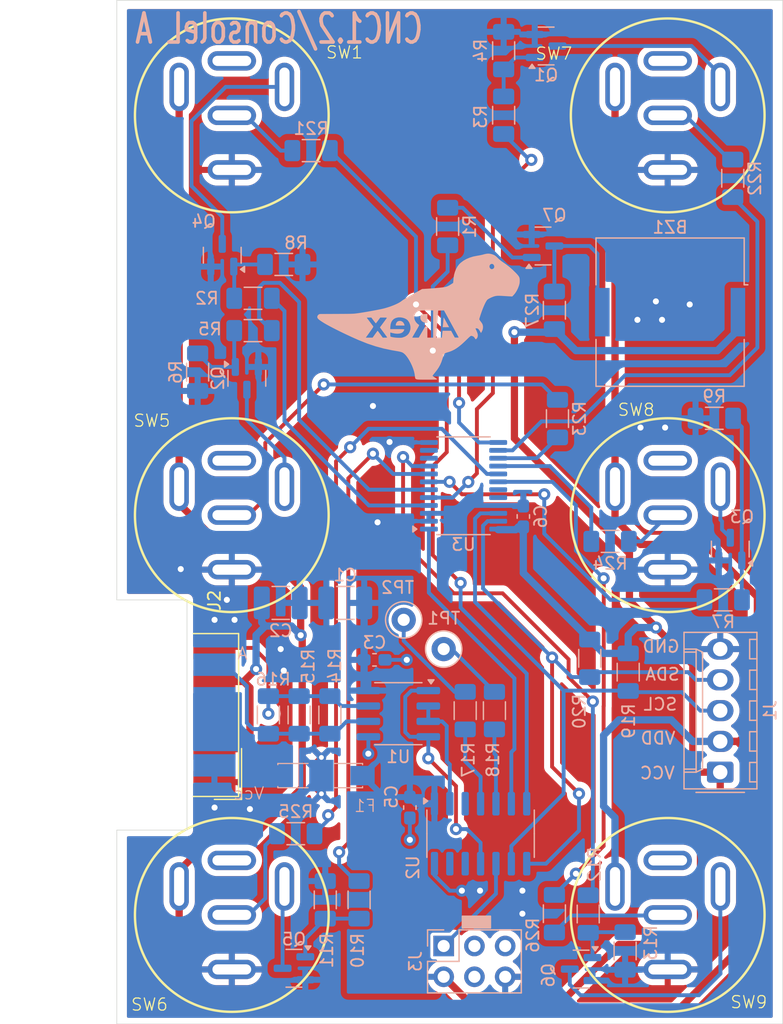
<source format=kicad_pcb>
(kicad_pcb (version 20240108) (generator "pcbnew") (generator_version "8.0")
  (layers (0 "F.Cu" signal) (31 "B.Cu" signal) (34 "B.Paste" user) (35 "F.Paste" user) (36 "B.SilkS" user "B.Silkscreen") (37 "F.SilkS" user "F.Silkscreen") (38 "B.Mask" user) (39 "F.Mask" user) (44 "Edge.Cuts" user))
  (net 0 "")
  (net 1 "VDD")
  (net 2 "SDA")
  (net 3 "SCL")
  (net 4 "START_LED")
  (net 5 "GOTO_HOME_LED")
  (net 6 "STOP_LED")
  (net 7 "HOME_LED")
  (net 8 "PARK_LED")
  (net 9 "CHANGE_TOOL_LED")
  (net 15 "START_SW")
  (net 16 "STOP_SW")
  (net 17 "PARK_SW")
  (net 19 "HOME_SW")
  (net 20 "GOTO_HOME_SW")
  (net 21 "CHANGE_TOOL_SW")
  (net 24 "VCC")
  (net 25 "GND")
  (net 26 "Net-(U2-PA6)")
  (net 28 "Net-(R17-Pad2)")
  (net 31 "Net-(Q4-G)")
  (net 32 "Net-(Q1-G)")
  (net 33 "Net-(Q2-G)")
  (net 34 "Net-(Q3-G)")
  (net 35 "Net-(Q5-G)")
  (net 36 "Net-(Q6-G)")
  (net 37 "B")
  (net 38 "A")
  (net 42 "UPDI")
  (net 43 "IO2")
  (net 44 "IO3")
  (net 45 "IO5")
  (net 46 "IO0")
  (net 47 "IO1")
  (net 48 "IO4")
  (net 49 "Net-(U1-DE)")
  (net 50 "Net-(U1-DI)")
  (net 51 "IO7")
  (net 52 "IO6")
  (net 53 "Net-(BZ1--)")
  (net 54 "Net-(Q7-B)")
  (net 55 "PIEZO")
  (net 56 "IO_INT")
  (net 57 "Net-(U2-PA7)")
  (net 58 "Net-(R18-Pad2)")
  (net 59 "Net-(U3-IO1_0)")
  (net 60 "Net-(U3-IO1_1)")
  (net 61 "Net-(U3-IO1_2)")
  (net 62 "Net-(U3-IO1_3)")
  (net 63 "Net-(U3-IO1_4)")
  (net 64 "Net-(U3-IO1_5)")
  (net 66 "Net-(F1-Pad3)")
  (footprint "Adarwoo:PUSH_STDP_LED" (layer "F.Cu") (at 193 183)
    (property "Reference" "SW8")
    (property "Value" "~")
  )
  (footprint "Connector_Dsub:DSUB-9_Female_EdgeMount_P2.77mm" (layer "F.Cu") (at 155.5625 199.5 -90)
    (property "Reference" "J2")
    (property "Value" "DE9_Plug_MountingHoles")
  )
  (footprint "Adarwoo:PUSH_STDP_LED" (layer "F.Cu") (at 193 216)
    (property "Reference" "SW9")
    (property "Value" "~")
  )
  (footprint "Adarwoo:PUSH_STDP_LED" (layer "F.Cu") (at 157 183)
    (property "Reference" "SW5")
    (property "Value" "~")
  )
  (footprint "Adarwoo:PUSH_STDP_LED" (layer "F.Cu") (at 193 150)
    (property "Reference" "SW7")
    (property "Value" "~")
  )
  (footprint "Adarwoo:PUSH_STDP_LED" (layer "F.Cu") (at 157 150)
    (property "Reference" "SW1")
    (property "Value" "~")
  )
  (footprint "Adarwoo:PUSH_STDP_LED" (layer "F.Cu") (at 157 216)
    (property "Reference" "SW6")
    (property "Value" "~")
  )
  (footprint "Resistor_SMD:R_1206_3216Metric_Pad1.30x1.75mm_HandSolder" (layer "B.Cu") (at 189.738 195.961 90)
    (property "Reference" "R19")
    (property "Value" "2k2")
  )
  (footprint "Resistor_SMD:R_1206_3216Metric_Pad1.30x1.75mm_HandSolder" (layer "B.Cu") (at 163.55 152.908 180)
    (property "Reference" "R21")
    (property "Value" "332")
  )
  (footprint "Resistor_SMD:R_1206_3216Metric_Pad1.30x1.75mm_HandSolder" (layer "B.Cu") (at 183.642 215.9 -90)
    (property "Reference" "R26")
    (property "Value" "332")
  )
  (footprint "Resistor_SMD:R_1206_3216Metric_Pad1.30x1.75mm_HandSolder" (layer "B.Cu") (at 189.484 218.974 -90)
    (property "Reference" "R13")
    (property "Value" "100k")
  )
  (footprint "Resistor_SMD:R_1206_3216Metric_Pad1.30x1.75mm_HandSolder" (layer "B.Cu") (at 183.642 166.09 -90)
    (property "Reference" "R27")
    (property "Value" "1K")
  )
  (footprint "Resistor_SMD:R_1206_3216Metric_Pad1.30x1.75mm_HandSolder" (layer "B.Cu") (at 160.02 199.491 90)
    (property "Reference" "R16")
    (property "Value" "362")
  )
  (footprint "Resistor_SMD:R_1206_3216Metric_Pad1.30x1.75mm_HandSolder" (layer "B.Cu") (at 158.75 165.1 180)
    (property "Reference" "R2")
    (property "Value" "22")
  )
  (footprint "Resistor_SMD:R_1206_3216Metric_Pad1.30x1.75mm_HandSolder" (layer "B.Cu") (at 179.451 149.987 90)
    (property "Reference" "R3")
    (property "Value" "22")
  )
  (footprint "Resistor_SMD:R_1206_3216Metric_Pad1.30x1.75mm_HandSolder" (layer "B.Cu") (at 183.896 175.032 90)
    (property "Reference" "R23")
    (property "Value" "332")
  )
  (footprint "Capacitor_SMD:C_0603_1608Metric_Pad1.08x0.95mm_HandSolder" (layer "B.Cu") (at 181.0766 183.1086 90)
    (property "Reference" "C6")
    (property "Value" "100n")
  )
  (footprint "Package_SO:SOIC-14_3.9x8.7mm_P1.27mm" (layer "B.Cu") (at 177.546 209.296 -90)
    (property "Reference" "U2")
    (property "Value" "ATtiny1624-SS")
  )
  (footprint "Capacitor_SMD:C_0603_1608Metric_Pad1.08x0.95mm_HandSolder" (layer "B.Cu") (at 171.704 207.137 90)
    (property "Reference" "C5")
    (property "Value" "100n")
  )
  (footprint "Package_TO_SOT_SMD:SOT-23" (layer "B.Cu") (at 185.8495 220.472 180)
    (property "Reference" "Q6")
    (property "Value" "BSS138")
  )
  (footprint "Resistor_SMD:R_1206_3216Metric_Pad1.30x1.75mm_HandSolder" (layer "B.Cu") (at 188.24 185.166)
    (property "Reference" "R24")
    (property "Value" "332")
  )
  (footprint "Capacitor_SMD:C_1210_3225Metric_Pad1.33x2.70mm_HandSolder" (layer "B.Cu") (at 161.036 190.246)
    (property "Reference" "C2")
    (property "Value" "47u")
  )
  (footprint "Resistor_SMD:R_1206_3216Metric_Pad1.30x1.75mm_HandSolder" (layer "B.Cu") (at 162.28 209.296 180)
    (property "Reference" "R25")
    (property "Value" "332")
  )
  (footprint "Resistor_SMD:R_1206_3216Metric_Pad1.30x1.75mm_HandSolder" (layer "B.Cu") (at 176.276 199.136 90)
    (property "Reference" "R17")
    (property "Value" "1K")
  )
  (footprint "TestPoint:TestPoint_Loop_D1.80mm_Drill1.0mm_Beaded" (layer "B.Cu") (at 171.196 191.643 180)
    (property "Reference" "TP2")
    (property "Value" "TestPoint")
  )
  (footprint "Package_TO_SOT_SMD:SOT-23" (layer "B.Cu") (at 158.242 171.704 -90)
    (property "Reference" "Q2")
    (property "Value" "BSS138")
  )
  (footprint "Resistor_SMD:R_1206_3216Metric_Pad1.30x1.75mm_HandSolder" (layer "B.Cu") (at 186.436 215.926 -90)
    (property "Reference" "R12")
    (property "Value" "22")
  )
  (footprint "Connector_Molex:Molex_KK-254_AE-6410-05A_1x05_P2.54mm_Vertical" (layer "B.Cu") (at 197.338 204.216 90)
    (property "Reference" "J1")
    (property "Value" "Screw_Terminal_01x05")
  )
  (footprint "TestPoint:TestPoint_Loop_D1.80mm_Drill1.0mm_Beaded" (layer "B.Cu") (at 174.498 194.056 180)
    (property "Reference" "TP1")
    (property "Value" "TestPoint")
  )
  (footprint "Package_TO_SOT_SMD:SOT-23" (layer "B.Cu") (at 198.1685 185.801 90)
    (property "Reference" "Q3")
    (property "Value" "BSS138")
  )
  (footprint "Resistor_SMD:R_1206_3216Metric_Pad1.30x1.75mm_HandSolder" (layer "B.Cu") (at 174.825 159.175 90)
    (property "Reference" "R1")
    (property "Value" "1K")
  )
  (footprint "Connector_PinHeader_2.54mm:PinHeader_2x03_P2.54mm_Vertical" (layer "B.Cu") (at 174.498 218.567 -90)
    (property "Reference" "J3")
    (property "Value" "AVR-UPDI-6")
  )
  (footprint "Resistor_SMD:R_1206_3216Metric_Pad1.30x1.75mm_HandSolder" (layer "B.Cu") (at 198.374 155.194 90)
    (property "Reference" "R22")
    (property "Value" "332")
  )
  (footprint "Capacitor_SMD:C_0603_1608Metric_Pad1.08x0.95mm_HandSolder" (layer "B.Cu") (at 168.786 194.945 180)
    (property "Reference" "C3")
    (property "Value" "100n")
  )
  (footprint "Package_TO_SOT_SMD:SOT-23" (layer "B.Cu") (at 182.7045 160.782)
    (property "Reference" "Q7")
    (property "Value" "BC846")
  )
  (footprint "Resistor_SMD:R_1206_3216Metric_Pad1.30x1.75mm_HandSolder" (layer "B.Cu") (at 162.56 199.491 90)
    (property "Reference" "R15")
    (property "Value" "362")
  )
  (footprint "Package_TO_SOT_SMD:SOT-23" (layer "B.Cu") (at 156.21 161.544 90)
    (property "Reference" "Q4")
    (property "Value" "BSS138")
  )
  (footprint "Adarwoo:Murata_NFM61R" (layer "B.Cu") (at 164.4 204.5 180)
    (property "Reference" "F1")
    (property "Value" "~")
  )
  (footprint "Buzzer_Beeper:Buzzer_Murata_PKLCS1212E" (layer "B.Cu") (at 193.198 166.243 180)
    (property "Reference" "BZ1")
    (property "Value" "Buzzer")
  )
  (footprint "Package_TO_SOT_SMD:SOT-23" (layer "B.Cu") (at 162.1305 220.406 180)
    (property "Reference" "Q5")
    (property "Value" "BSS138")
  )
  (footprint "Package_SO:TSSOP-24_4.4x7.8mm_P0.65mm" (layer "B.Cu") (at 176.1375 180.575)
    (property "Reference" "U3")
    (property "Value" "PCA9555PW")
  )
  (footprint "Capacitor_SMD:C_1210_3225Metric_Pad1.33x2.70mm_HandSolder" (layer "B.Cu") (at 166.37 190.246 180)
    (property "Reference" "C1")
    (property "Value" "47u")
  )
  (footprint "Package_TO_SOT_SMD:SOT-23" (layer "B.Cu") (at 182.9585 144.272)
    (property "Reference" "Q1")
    (property "Value" "BSS138")
  )
  (footprint "Resistor_SMD:R_1206_3216Metric_Pad1.30x1.75mm_HandSolder" (layer "B.Cu") (at 178.689 199.136 90)
    (property "Reference" "R18")
    (property "Value" "1K")
  )
  (footprint "Resistor_SMD:R_1206_3216Metric_Pad1.30x1.75mm_HandSolder" (layer "B.Cu") (at 165.1 199.491 90)
    (property "Reference" "R14")
    (property "Value" "362")
  )
  (footprint "Resistor_SMD:R_1206_3216Metric_Pad1.30x1.75mm_HandSolder" (layer "B.Cu") (at 167.513 214.757 -90)
    (property "Reference" "R10")
    (property "Value" "22")
  )
  (footprint "Resistor_SMD:R_1206_3216Metric_Pad1.30x1.75mm_HandSolder" (layer "B.Cu") (at 161.29 162.306)
    (property "Reference" "R8")
    (property "Value" "100k")
  )
  (footprint "Resistor_SMD:R_1206_3216Metric_Pad1.30x1.75mm_HandSolder" (layer "B.Cu") (at 186.563 194.818 90)
    (property "Reference" "R20")
    (property "Value" "2k2")
  )
  (footprint "Resistor_SMD:R_1206_3216Metric_Pad1.30x1.75mm_HandSolder" (layer "B.Cu") (at 154.178 171.196 -90)
    (property "Reference" "R6")
    (property "Value" "100k")
  )
  (footprint "Resistor_SMD:R_1206_3216Metric_Pad1.30x1.75mm_HandSolder" (layer "B.Cu") (at 158.75 167.767 180)
    (property "Reference" "R5")
    (property "Value" "22")
  )
  (footprint "Resistor_SMD:R_1206_3216Metric_Pad1.30x1.75mm_HandSolder" (layer "B.Cu") (at 197.586 189.992)
    (property "Reference" "R7")
    (property "Value" "22")
  )
  (footprint "Package_SO:SOIC-8_3.9x4.9mm_P1.27mm" (layer "B.Cu") (at 170.753 199.39 180)
    (property "Reference" "U1")
    (property "Value" "LT1785AxS8")
  )
  (footprint "Resistor_SMD:R_1206_3216Metric_Pad1.30x1.75mm_HandSolder" (layer "B.Cu") (at 179.451 144.653 90)
    (property "Reference" "R4")
    (property "Value" "100k")
  )
  (footprint "Resistor_SMD:R_1206_3216Metric_Pad1.30x1.75mm_HandSolder" (layer "B.Cu") (at 196.85 175.006 180)
    (property "Reference" "R9")
    (property "Value" "100k")
  )
  (footprint "Resistor_SMD:R_1206_3216Metric_Pad1.30x1.75mm_HandSolder" (layer "B.Cu") (at 164.719 214.757 90)
    (property "Reference" "R11")
    (property "Value" "100k")
  )
  (footprint "LOGO" (layer "B.Cu") (at 172.425 166.6 180)
    (property "Reference" "G***" (hide yes))
    (property "Value" "LOGO" (hide yes))
  )
  (gr_rect (start 176.031 216.1) (end 178.369 217.083) (stroke (width 0.1)) (fill solid) (layer "B.SilkS"))
  (gr_line (start 202.5 225) (end 147.5 225) (stroke (width 0.05)) (layer "Edge.Cuts"))
  (gr_line (start 147.5 140.5) (end 202.5 140.5) (stroke (width 0.05)) (layer "Edge.Cuts"))
  (gr_line (start 147.5 225) (end 147.5 216.5) (stroke (width 0.05)) (layer "Edge.Cuts"))
  (gr_line (start 202.5 140.5) (end 202.5 225) (stroke (width 0.05)) (layer "Edge.Cuts"))
  (gr_line (start 147.5 216.5) (end 147.5 209) (stroke (width 0.05)) (layer "Edge.Cuts"))
  (gr_line (start 147.5 183) (end 147.5 190) (stroke (width 0.05)) (layer "Edge.Cuts"))
  (gr_line (start 153.3 209) (end 153.3 190) (stroke (width 0.05)) (layer "Edge.Cuts"))
  (gr_line (start 153.3 190) (end 147.5 190) (stroke (width 0.05)) (layer "Edge.Cuts"))
  (gr_line (start 147.500001 209) (end 153.3 209) (stroke (width 0.05)) (layer "Edge.Cuts"))
  (gr_line (start 147.5 183) (end 147.5 140.5) (stroke (width 0.05)) (layer "Edge.Cuts"))
  (gr_text "A" (at 158.375 195 0) (layer "B.SilkS") (effects (font (size 1 1) (thickness 0.1)) (justify left bottom mirror)))
  (gr_text "Vcc" (at 159.75 206.55 0) (layer "B.SilkS") (effects (font (size 1 1) (thickness 0.1)) (justify left bottom mirror)))
  (gr_text "GND" (at 194.075 194.425 0) (layer "B.SilkS") (effects (font (size 1 1)) (justify left bottom mirror)))
  (gr_text "VCC" (at 193.675 204.875 0) (layer "B.SilkS") (effects (font (size 1 1)) (justify left bottom mirror)))
  (gr_text "SDA" (at 194.075 196.725 0) (layer "B.SilkS") (effects (font (size 1 1)) (justify left bottom mirror)))
  (gr_text "VDD" (at 193.725 202 0) (layer "B.SilkS") (effects (font (size 1 1)) (justify left bottom mirror)))
  (gr_text "CNC1.2/ConsoleL A" (at 172.95 144.25 0) (layer "B.SilkS") (effects (font (size 2.4 1.6) (thickness 0.3)) (justify left bottom mirror)))
  (gr_text "SCL" (at 193.875 199.2 0) (layer "B.SilkS") (effects (font (size 1 1)) (justify left bottom mirror)))
  (segment (start 157.394 202.27) (end 158.496 201.168) (width 0.6) (layer "F.Cu") (net 1))
  (segment (start 155.448 209.55) (end 152.65 212.348) (width 0.6) (layer "F.Cu") (net 1))
  (segment (start 158.877 185.166) (end 155.752183 185.166) (width 0.6) (layer "F.Cu") (net 1))
  (segment (start 152.65 220.214) (end 152.65 213.65) (width 0.6) (layer "F.Cu") (net 1))
  (segment (start 200.406 200.152) (end 200.406 189.738) (width 0.6) (layer "F.Cu") (net 1))
  (segment (start 197.338 201.676) (end 198.882 201.676) (width 0.6) (layer "F.Cu") (net 1))
  (segment (start 158.496 201.168) (end 158.496 197.245) (width 0.6) (layer "F.Cu") (net 1))
  (segment (start 162.687 192.913) (end 162.814 193.04) (width 0.6) (layer "F.Cu") (net 1))
  (segment (start 155.5625 196.73) (end 157.981 196.73) (width 0.6) (layer "F.Cu") (net 1))
  (segment (start 200.406 189.738) (end 196.088 185.42) (width 0.6) (layer "F.Cu") (net 1))
  (segment (start 156.464 224.028) (end 152.65 220.214) (width 0.6) (layer "F.Cu") (net 1))
  (segment (start 198.882 201.676) (end 200.406 200.152) (width 0.6) (layer "F.Cu") (net 1))
  (segment (start 162.687 188.976) (end 158.877 185.166) (width 0.6) (layer "F.Cu") (net 1))
  (segment (start 155.752183 185.166) (end 152.65 182.063817) (width 0.6) (layer "F.Cu") (net 1))
  (segment (start 198.755 201.676) (end 199.771 202.692) (width 0.6) (layer "F.Cu") (net 1))
  (segment (start 193.675 224.028) (end 156.464 224.028) (width 0.6) (layer "F.Cu") (net 1))
  (segment (start 157.981 196.73) (end 159.004 195.707) (width 0.6) (layer "F.Cu") (net 1))
  (segment (start 190.754 185.42) (end 188.65 183.316) (width 0.6) (layer "F.Cu") (net 1))
  (segment (start 188.65 183.316) (end 188.65 147.65) (width 0.6) (layer "F.Cu") (net 1))
  (segment (start 199.771 217.932) (end 193.675 224.028) (width 0.6) (layer "F.Cu") (net 1))
  (segment (start 196.088 185.42) (end 190.754 185.42) (width 0.6) (layer "F.Cu") (net 1))
  (segment (start 162.814 193.04) (end 162.814 205.486) (width 0.6) (layer "F.Cu") (net 1))
  (segment (start 199.771 202.692) (end 199.771 217.932) (width 0.6) (layer "F.Cu") (net 1))
  (segment (start 158.75 209.55) (end 155.448 209.55) (width 0.6) (layer "F.Cu") (net 1))
  (segment (start 162.687 192.913) (end 162.687 188.976) (width 0.6) (layer "F.Cu") (net 1))
  (segment (start 152.65 180.65) (end 152.65 147.65) (width 0.6) (layer "F.Cu") (net 1))
  (segment (start 156.379167 202.27) (end 157.394 202.27) (width 0.6) (layer "F.Cu") (net 1))
  (segment (start 162.814 205.486) (end 158.75 209.55) (width 0.6) (layer "F.Cu") (net 1))
  (segment (start 158.496 197.245) (end 157.981 196.73) (width 0.6) (layer "F.Cu") (net 1))
  (segment (start 197.338 201.676) (end 198.755 201.676) (width 0.6) (layer "F.Cu") (net 1))
  (via (at 162.687 192.913) (size 1) (drill 0.5) (layers "F.Cu" "B.Cu") (net 1))
  (via (at 159.004 195.707) (size 1) (drill 0.5) (layers "F.Cu" "B.Cu") (net 1))
  (segment (start 187.706 207.027) (end 188.65 207.971) (width 0.6) (layer "B.Cu") (net 1))
  (segment (start 159.004 192.913) (end 159.004 195.707) (width 0.6) (layer "B.Cu") (net 1))
  (segment (start 159.4735 191.8585) (end 159.4735 190.246) (width 0.6) (layer "B.Cu") (net 1))
  (segment (start 159.766 192.151) (end 159.004 192.913) (width 0.6) (layer "B.Cu") (net 1))
  (segment (start 188.65 207.971) (end 188.65 213.65) (width 0.6) (layer "B.Cu") (net 1))
  (segment (start 193.294 199.898) (end 188.976 199.898) (width 0.6) (layer "B.Cu") (net 1))
  (segment (start 195.072 201.676) (end 193.294 199.898) (width 0.6) (layer "B.Cu") (net 1))
  (segment (start 162.687 192.913) (end 161.925 192.151) (width 0.6) (layer "B.Cu") (net 1))
  (segment (start 159.766 192.151) (end 159.4735 191.8585) (width 0.6) (layer "B.Cu") (net 1))
  (segment (start 161.925 192.151) (end 159.766 192.151) (width 0.6) (layer "B.Cu") (net 1))
  (segment (start 188.976 199.898) (end 187.706 201.168) (width 0.6) (layer "B.Cu") (net 1))
  (segment (start 197.338 201.676) (end 195.072 201.676) (width 0.6) (layer "B.Cu") (net 1))
  (segment (start 187.706 201.168) (end 187.706 207.027) (width 0.6) (layer "B.Cu") (net 1))
  (segment (start 185.674 205.994) (end 183.4515 203.7715) (width 0.32) (layer "F.Cu") (net 2))
  (segment (start 183.4515 203.7715) (end 183.4515 194.7545) (width 0.32) (layer "F.Cu") (net 2))
  (via (at 183.4515 194.7545) (size 1) (drill 0.5) (layers "F.Cu" "B.Cu") (net 2))
  (via (at 185.674 205.994) (size 1) (drill 0.5) (layers "F.Cu" "B.Cu") (net 2))
  (segment (start 183.4515 194.7545) (end 177.7492 189.0522) (width 0.32) (layer "B.Cu") (net 2))
  (segment (start 178.1198 183.5) (end 179 183.5) (width 0.32) (layer "B.Cu") (net 2))
  (segment (start 185.674 205.994) (end 185.674 209.042) (width 0.32) (layer "B.Cu") (net 2))
  (segment (start 185.065 196.368) (end 186.563 196.368) (width 0.32) (layer "B.Cu") (net 2))
  (segment (start 177.7492 183.8706) (end 178.1198 183.5) (width 0.32) (layer "B.Cu") (net 2))
  (segment (start 182.945 211.771) (end 181.356 211.771) (width 0.32) (layer "B.Cu") (net 2))
  (segment (start 194.691 195.961) (end 195.326 196.596) (width 0.32) (layer "B.Cu") (net 2))
  (segment (start 177.7492 189.0522) (end 177.7492 183.8706) (width 0.32) (layer "B.Cu") (net 2))
  (segment (start 183.4515 194.7545) (end 185.065 196.368) (width 0.32) (layer "B.Cu") (net 2))
  (segment (start 185.674 209.042) (end 182.945 211.771) (width 0.32) (layer "B.Cu") (net 2))
  (segment (start 195.326 196.596) (end 197.338 196.596) (width 0.32) (layer "B.Cu") (net 2))
  (segment (start 186.97 195.961) (end 194.691 195.961) (width 0.32) (layer "B.Cu") (net 2))
  (segment (start 189.712 197.485) (end 184.404 197.485) (width 0.32) (layer "B.Cu") (net 3))
  (segment (start 184.404 205.994) (end 184.404 197.485) (width 0.32) (layer "B.Cu") (net 3))
  (segment (start 180.086 211.771) (end 180.086 210.312) (width 0.32) (layer "B.Cu") (net 3))
  (segment (start 194.173 197.612) (end 195.697 199.136) (width 0.32) (layer "B.Cu") (net 3))
  (segment (start 180.086 210.312) (end 184.404 205.994) (width 0.32) (layer "B.Cu") (net 3))
  (segment (start 177.5252 182.85) (end 179 182.85) (width 0.32) (layer "B.Cu") (net 3))
  (segment (start 177.0888 183.2864) (end 177.5252 182.85) (width 0.32) (layer "B.Cu") (net 3))
  (segment (start 184.404 197.485) (end 177.0888 190.1698) (width 0.32) (layer "B.Cu") (net 3))
  (segment (start 177.0888 190.1698) (end 177.0888 183.2864) (width 0.32) (layer "B.Cu") (net 3))
  (segment (start 195.697 199.136) (end 197.338 199.136) (width 0.32) (layer "B.Cu") (net 3))
  (segment (start 189.839 197.612) (end 194.173 197.612) (width 0.32) (layer "B.Cu") (net 3))
  (segment (start 156.21 158.369) (end 153.67 155.829) (width 0.32) (layer "B.Cu") (net 4))
  (segment (start 153.67 150.474365) (end 156.494365 147.65) (width 0.32) (layer "B.Cu") (net 4))
  (segment (start 156.21 160.6065) (end 156.21 158.369) (width 0.32) (layer "B.Cu") (net 4))
  (segment (start 156.494365 147.65) (end 161.35 147.65) (width 0.32) (layer "B.Cu") (net 4))
  (segment (start 153.67 155.829) (end 153.67 150.474365) (width 0.32) (layer "B.Cu") (net 4))
  (segment (start 197.35 183.38) (end 197.35 180.65) (width 0.32) (layer "B.Cu") (net 5))
  (segment (start 197.485 183.515) (end 197.35 183.38) (width 0.32) (layer "B.Cu") (net 5))
  (segment (start 198.1685 184.8635) (end 197.485 184.18) (width 0.32) (layer "B.Cu") (net 5))
  (segment (start 197.485 184.18) (end 197.485 183.515) (width 0.32) (layer "B.Cu") (net 5))
  (segment (start 161.35 178.241) (end 158.242 175.133) (width 0.32) (layer "B.Cu") (net 6))
  (segment (start 161.35 180.65) (end 161.35 178.241) (width 0.32) (layer "B.Cu") (net 6))
  (segment (start 158.242 175.133) (end 158.242 172.6415) (width 0.32) (layer "B.Cu") (net 6))
  (segment (start 194.972 144.272) (end 183.896 144.272) (width 0.32) (layer "B.Cu") (net 7))
  (segment (start 197.35 146.65) (end 194.972 144.272) (width 0.32) (layer "B.Cu") (net 7))
  (segment (start 161.193 220.406) (end 161.193 213.807) (width 0.32) (layer "B.Cu") (net 8))
  (segment (start 197.358 220.853) (end 197.358 220.472) (width 0.32) (layer "B.Cu") (net 9))
  (segment (start 184.912 220.472) (end 184.912 221.742) (width 0.32) (layer "B.Cu") (net 9))
  (segment (start 195.58 222.631) (end 197.358 220.853) (width 0.32) (layer "B.Cu") (net 9))
  (segment (start 184.912 221.742) (end 185.801 222.631) (width 0.32) (layer "B.Cu") (net 9))
  (segment (start 185.801 222.631) (end 195.58 222.631) (width 0.32) (layer "B.Cu") (net 9))
  (segment (start 197.35 220.464) (end 197.35 213.65) (width 0.32) (layer "B.Cu") (net 9))
  (segment (start 197.358 220.472) (end 197.35 220.464) (width 0.32) (layer "B.Cu") (net 9))
  (segment (start 162 152.908) (end 161.036 152.908) (width 0.32) (layer "B.Cu") (net 15))
  (segment (start 161.036 152.908) (end 158.128 150) (width 0.32) (layer "B.Cu") (net 15))
  (segment (start 164.592 172.212) (end 159.766 177.038) (width 0.32) (layer "F.Cu") (net 16))
  (segment (start 159.766 181.61) (end 158.376 183) (width 0.32) (layer "F.Cu") (net 16))
  (segment (start 159.766 177.038) (end 159.766 181.61) (width 0.32) (layer "F.Cu") (net 16))
  (via (at 164.592 172.212) (size 1) (drill 0.5) (layers "F.Cu" "B.Cu") (net 16))
  (segment (start 183.896 173.482) (end 182.626 172.212) (width 0.32) (layer "B.Cu") (net 16))
  (segment (start 182.626 172.212) (end 164.592 172.212) (width 0.32) (layer "B.Cu") (net 16))
  (segment (start 159.766 210.26) (end 160.73 209.296) (width 0.32) (layer "B.Cu") (net 17))
  (segment (start 158.396 216) (end 159.766 214.63) (width 0.32) (layer "B.Cu") (net 17))
  (segment (start 159.766 214.63) (end 159.766 210.26) (width 0.32) (layer "B.Cu") (net 17))
  (segment (start 198.094 153.644) (end 194.45 150) (width 0.32) (layer "B.Cu") (net 19))
  (segment (start 190.834 185.166) (end 193 183) (width 0.32) (layer "B.Cu") (net 20))
  (segment (start 189.79 185.166) (end 190.834 185.166) (width 0.32) (layer "B.Cu") (net 20))
  (segment (start 183.642 217.45) (end 185.042 216.05) (width 0.32) (layer "B.Cu") (net 21))
  (segment (start 185.042 216.05) (end 192.95 216.05) (width 0.32) (layer "B.Cu") (net 21))
  (segment (start 180.34 176.657) (end 180.34 167.894) (width 0.6) (layer "F.Cu") (net 24))
  (segment (start 188.976 218.44) (end 184.531 222.885) (width 0.6) (layer "F.Cu") (net 24))
  (segment (start 195.58 204.216) (end 195.072 203.708) (width 0.6) (layer "F.Cu") (net 24))
  (segment (start 197.338 207.792) (end 195.707 209.423) (width 0.6) (layer "F.Cu") (net 24))
  (segment (start 189.8396 186.1566) (end 180.34 176.657) (width 0.6) (layer "F.Cu") (net 24))
  (segment (start 176.276 222.885) (end 174.498 221.107) (width 0.6) (layer "F.Cu") (net 24))
  (segment (start 194.562944 218.44) (end 188.976 218.44) (width 0.6) (layer "F.Cu") (net 24))
  (segment (start 195.072 203.708) (end 195.072 195.326) (width 0.6) (layer "F.Cu") (net 24))
  (segment (start 195.707 217.295944) (end 194.562944 218.44) (width 0.6) (layer "F.Cu") (net 24))
  (segment (start 184.531 222.885) (end 176.276 222.885) (width 0.6) (layer "F.Cu") (net 24))
  (segment (start 189.8396 190.0682) (end 189.8396 186.1566) (width 0.6) (layer "F.Cu") (net 24))
  (segment (start 195.072 195.326) (end 192.024 192.278) (width 0.6) (layer "F.Cu") (net 24))
  (segment (start 197.338 204.216) (end 197.338 207.792) (width 0.6) (layer "F.Cu") (net 24))
  (segment (start 192.024 192.2526) (end 189.8396 190.0682) (width 0.6) (layer "F.Cu") (net 24))
  (segment (start 192.024 192.278) (end 192.024 192.2526) (width 0.6) (layer "F.Cu") (net 24))
  (segment (start 197.338 204.216) (end 195.58 204.216) (width 0.6) (layer "F.Cu") (net 24))
  (segment (start 195.707 209.423) (end 195.707 217.295944) (width 0.6) (layer "F.Cu") (net 24))
  (via (at 180.34 167.894) (size 1) (drill 0.5) (layers "F.Cu" "B.Cu") (net 24))
  (via (at 192.024 192.278) (size 1) (drill 0.5) (layers "F.Cu" "B.Cu") (net 24))
  (segment (start 167.9235 194.945) (end 167.9235 197.1305) (width 0.6) (layer "B.Cu") (net 24))
  (segment (start 181.0766 183.9711) (end 180.6713 183.9711) (width 0.6) (layer "B.Cu") (net 24))
  (segment (start 197.104 169.418) (end 185.42 169.418) (width 0.6) (layer "B.Cu") (net 24))
  (segment (start 180.6713 183.9711) (end 180.4424 184.2) (width 0.6) (layer "B.Cu") (net 24))
  (segment (start 187.706 194.411) (end 189.738 194.411) (width 0.6) (layer "B.Cu") (net 24))
  (segment (start 189.738 194.411) (end 189.738 192.913) (width 0.6) (layer "B.Cu") (net 24))
  (segment (start 167.9235 194.945) (end 167.9235 190.255) (width 0.6) (layer "B.Cu") (net 24))
  (segment (start 181.0766 187.7816) (end 186.563 193.268) (width 0.6) (layer "B.Cu") (net 24))
  (segment (start 167.9235 197.1305) (end 168.278 197.485) (width 0.6) (layer "B.Cu") (net 24))
  (segment (start 185.42 169.418) (end 183.642 167.64) (width 0.6) (layer "B.Cu") (net 24))
  (segment (start 180.4424 184.2) (end 179 184.2) (width 0.6) (layer "B.Cu") (net 24))
  (segment (start 180.34 167.894) (end 183.388 167.894) (width 0.6) (layer "B.Cu") (net 24))
  (segment (start 172.2505 206.821) (end 171.704 206.2745) (width 0.6) (layer "B.Cu") (net 24))
  (segment (start 173.736 206.821) (end 172.2505 206.821) (width 0.6) (layer "B.Cu") (net 24))
  (segment (start 198.798 167.724) (end 197.104 169.418) (width 0.6) (layer "B.Cu") (net 24))
  (segment (start 189.738 192.913) (end 190.373 192.278) (width 0.6) (layer "B.Cu") (net 24))
  (segment (start 181.0766 183.9711) (end 181.0766 187.7816) (width 0.6) (layer "B.Cu") (net 24))
  (segment (start 186.563 193.268) (end 187.706 194.411) (width 0.6) (layer "B.Cu") (net 24))
  (segment (start 192.024 192.278) (end 190.373 192.278) (width 0.6) (layer "B.Cu") (net 24))
  (via (at 190.5 166.878) (size 1) (drill 0.5) (layers "F.Cu" "B.Cu") (net 25))
  (via (at 171.704 209.804) (size 1) (drill 0.5) (layers "F.Cu" "B.Cu") (net 25))
  (via (at 152.781 187.452) (size 1) (drill 0.5) (layers "F.Cu" "B.Cu") (net 25))
  (via (at 161.036 194.056) (size 1) (drill 0.5) (layers "F.Cu" "B.Cu") (net 25))
  (via (at 192.532 166.878) (size 1) (drill 0.5) (layers "F.Cu" "B.Cu") (net 25))
  (via (at 194.818 165.608) (size 1) (drill 0.5) (layers "F.Cu" "B.Cu") (net 25))
  (via (at 156.591 189.992) (size 1) (drill 0.5) (layers "F.Cu" "B.Cu") (net 25))
  (via (at 176 214) (size 1) (drill 0.5) (layers "F.Cu" "B.Cu") (net 25))
  (via (at 171.45 194.945) (size 1) (drill 0.5) (layers "F.Cu" "B.Cu") (net 25))
  (via (at 181 214) (size 1) (drill 0.5) (layers "F.Cu" "B.Cu") (net 25))
  (via (at 155.575 207.137) (size 1) (drill 0.5) (layers "F.Cu" "B.Cu") (net 25))
  (via (at 168.275 202.692) (size 1) (drill 0.5) (layers "F.Cu" "B.Cu") (net 25))
  (via (at 161.29 195.834) (size 1) (drill 0.5) (layers "F.Cu" "B.Cu") (net 25))
  (via (at 181 215.9) (size 1) (drill 0.5) (layers "F.Cu" "B.Cu") (net 25))
  (via (at 170.0276 176.9618) (size 1) (drill 0.5) (layers "F.Cu" "B.Cu") (net 25))
  (via (at 169.037 183.5912) (size 1) (drill 0.5) (layers "F.Cu" "B.Cu") (net 25))
  (via (at 158.496 207.264) (size 1) (drill 0.5) (layers "F.Cu" "B.Cu") (net 25))
  (via (at 155.575 191.643) (size 1) (drill 0.5) (layers "F.Cu" "B.Cu") (net 25))
  (via (at 192.024 165.354) (size 1) (drill 0.5) (layers "F.Cu" "B.Cu") (net 25))
  (via (at 190.754 175.768) (size 1) (drill 0.5) (layers "F.Cu" "B.Cu") (net 25))
  (via (at 157.226 191.643) (size 1) (drill 0.5) (layers "F.Cu" "B.Cu") (net 25))
  (via (at 192.786 175.768) (size 1) (drill 0.5) (layers "F.Cu" "B.Cu") (net 25))
  (via (at 177.5 214) (size 1) (drill 0.5) (layers "F.Cu" "B.Cu") (net 25))
  (via (at 168.656 173.99) (size 1) (drill 0.5) (layers "F.Cu" "B.Cu") (net 25))
  (segment (start 176 214) (end 175 214) (width 0.32) (layer "B.Cu") (net 25))
  (segment (start 169.1282 183.5) (end 169.037 183.5912) (width 0.32) (layer "B.Cu") (net 25))
  (segment (start 176.4734 182.2) (end 175.8188 182.8546) (width 0.4) (layer "B.Cu") (net 25))
  (segment (start 173.736 212.736) (end 173.736 211.771) (width 0.32) (layer "B.Cu") (net 25))
  (segment (start 175 214) (end 173.736 212.736) (width 0.32) (layer "B.Cu") (net 25))
  (segment (start 169.6485 194.945) (end 171.45 194.945) (width 0.32) (layer "B.Cu") (net 25))
  (segment (start 175.8188 182.8546) (end 175.5902 182.8546) (width 0.4) (layer "B.Cu") (net 25))
  (segment (start 173.275 177) (end 170.0658 177) (width 0.32) (layer "B.Cu") (net 25))
  (segment (start 175.5856 182.85) (end 173.275 182.85) (width 0.4) (layer "B.Cu") (net 25))
  (segment (start 170.0658 177) (end 170.0276 176.9618) (width 0.32) (layer "B.Cu") (net 25))
  (segment (start 173.275 183.5) (end 169.1282 183.5) (width 0.32) (layer "B.Cu") (net 25))
  (segment (start 179 182.2) (end 176.4734 182.2) (width 0.4) (layer "B.Cu") (net 25))
  (segment (start 168.278 202.689) (end 168.275 202.692) (width 0.32) (layer "B.Cu") (net 25))
  (segment (start 173.275 183.5) (end 173.275 182.85) (width 0.32) (layer "B.Cu") (net 25))
  (segment (start 168.278 201.295) (end 168.278 202.689) (width 0.32) (layer "B.Cu") (net 25))
  (segment (start 179 182.2) (end 181.0305 182.2) (width 0.4) (layer "B.Cu") (net 25))
  (segment (start 171.704 207.9995) (end 171.704 209.804) (width 0.32) (layer "B.Cu") (net 25))
  (segment (start 175.5902 182.8546) (end 175.5856 182.85) (width 0.4) (layer "B.Cu") (net 25))
  (segment (start 176.276 203.327) (end 176.276 200.686) (width 0.32) (layer "B.Cu") (net 26))
  (segment (start 177.546 204.597) (end 176.276 203.327) (width 0.32) (layer "B.Cu") (net 26))
  (segment (start 177.546 206.821) (end 177.546 204.597) (width 0.32) (layer "B.Cu") (net 26))
  (segment (start 171.196 193.381) (end 171.196 191.643) (width 0.32) (layer "B.Cu") (net 28))
  (segment (start 176.276 197.586) (end 175.401 197.586) (width 0.32) (layer "B.Cu") (net 28))
  (segment (start 175.401 197.586) (end 171.196 193.381) (width 0.32) (layer "B.Cu") (net 28))
  (segment (start 157.2 165.1) (end 157.2 162.5215) (width 0.32) (layer "B.Cu") (net 31))
  (segment (start 159.74 162.306) (end 157.3355 162.306) (width 0.32) (layer "B.Cu") (net 31))
  (segment (start 157.3355 162.306) (end 157.16 162.4815) (width 0.32) (layer "B.Cu") (net 31))
  (segment (start 180.432 145.222) (end 179.451 146.203) (width 0.32) (layer "B.Cu") (net 32))
  (segment (start 179.451 146.203) (end 179.451 148.437) (width 0.32) (layer "B.Cu") (net 32))
  (segment (start 182.021 145.222) (end 180.432 145.222) (width 0.32) (layer "B.Cu") (net 32))
  (segment (start 157.2 167.767) (end 157.2 170.6745) (width 0.32) (layer "B.Cu") (net 33))
  (segment (start 155.2985 170.7665) (end 154.178 169.646) (width 0.32) (layer "B.Cu") (net 33))
  (segment (start 157.292 170.7665) (end 155.2985 170.7665) (width 0.32) (layer "B.Cu") (net 33))
  (segment (start 199.1185 175.7245) (end 199.1185 186.7385) (width 0.32) (layer "B.Cu") (net 34))
  (segment (start 198.4 175.006) (end 199.1185 175.7245) (width 0.32) (layer "B.Cu") (net 34))
  (segment (start 199.1185 186.7385) (end 199.1185 189.9745) (width 0.32) (layer "B.Cu") (net 34))
  (segment (start 163.068 219.456) (end 163.068 217.958) (width 0.32) (layer "B.Cu") (net 35))
  (segment (start 164.719 216.307) (end 167.513 216.307) (width 0.32) (layer "B.Cu") (net 35))
  (segment (start 163.068 217.958) (end 164.719 216.307) (width 0.32) (layer "B.Cu") (net 35))
  (segment (start 186.787 219.522) (end 186.787 217.827) (width 0.32) (layer "B.Cu") (net 36))
  (segment (start 189.484 217.424) (end 186.488 217.424) (width 0.32) (layer "B.Cu") (net 36))
  (segment (start 160.02 199.39) (end 160.02 195.17) (width 0.32) (layer "F.Cu") (net 37))
  (segment (start 160.02 195.17) (end 158.81 193.96) (width 0.32) (layer "F.Cu") (net 37))
  (segment (start 158.81 193.96) (end 155.5625 193.96) (width 0.32) (layer "F.Cu") (net 37))
  (via (at 160.02 199.39) (size 1) (drill 0.5) (layers "F.Cu" "B.Cu") (net 37))
  (segment (start 160.02 197.941) (end 165.227 197.941) (width 0.32) (layer "B.Cu") (net 37))
  (segment (start 165.227 197.941) (end 166.041 198.755) (width 0.32) (layer "B.Cu") (net 37))
  (segment (start 160.02 199.39) (end 160.02 197.941) (width 0.32) (layer "B.Cu") (net 37))
  (segment (start 166.041 198.755) (end 168.278 198.755) (width 0.32) (layer "B.Cu") (net 37))
  (segment (start 159.639 200.66) (end 158.75 200.66) (width 0.32) (layer "B.Cu") (net 38))
  (segment (start 166.485 200.025) (end 168.278 200.025) (width 0.32) (layer "B.Cu") (net 38))
  (segment (start 158.242 200.152) (end 158.242 197.104) (width 0.32) (layer "B.Cu") (net 38))
  (segment (start 160.02 201.041) (end 165.469 201.041) (width 0.32) (layer "B.Cu") (net 38))
  (segment (start 158.242 197.104) (end 156.483 195.345) (width 0.32) (layer "B.Cu") (net 38))
  (segment (start 165.469 201.041) (end 166.485 200.025) (width 0.32) (layer "B.Cu") (net 38))
  (segment (start 158.75 200.66) (end 158.242 200.152) (width 0.32) (layer "B.Cu") (net 38))
  (segment (start 178.816 214.249) (end 178.816 211.771) (width 0.32) (layer "B.Cu") (net 42))
  (segment (start 174.498 218.567) (end 178.816 214.249) (width 0.32) (layer "B.Cu") (net 42))
  (segment (start 160.976166 163.825) (end 159.623834 163.825) (width 0.32) (layer "B.Cu") (net 43))
  (segment (start 162.56 175.133) (end 168.327 180.9) (width 0.32) (layer "B.Cu") (net 43))
  (segment (start 159.623834 163.825) (end 159.25 164.198834) (width 0.32) (layer "B.Cu") (net 43))
  (segment (start 162.56 175.133) (end 162.56 165.408834) (width 0.32) (layer "B.Cu") (net 43))
  (segment (start 162.56 165.408834) (end 160.976166 163.825) (width 0.32) (layer "B.Cu") (net 43))
  (segment (start 159.25 166.717) (end 160.3 167.767) (width 0.32) (layer "B.Cu") (net 43))
  (segment (start 173.275 180.9) (end 168.327 180.9) (width 0.32) (layer "B.Cu") (net 43))
  (segment (start 159.25 164.198834) (end 159.25 166.717) (width 0.32) (layer "B.Cu") (net 43))
  (segment (start 176.0104 181.2798) (end 182.8038 181.2798) (width 0.32) (layer "F.Cu") (net 44))
  (segment (start 174.9806 180.25) (end 176.0104 181.2798) (width 0.32) (layer "F.Cu") (net 44))
  (via (at 182.8038 181.2798) (size 1) (drill 0.5) (layers "F.Cu" "B.Cu") (net 44))
  (via (at 174.9806 180.25) (size 1) (drill 0.5) (layers "F.Cu" "B.Cu") (net 44))
  (segment (start 188.267776 189.992) (end 196.036 189.992) (width 0.32) (layer "B.Cu") (net 44))
  (segment (start 182.8038 184.528024) (end 188.267776 189.992) (width 0.32) (layer "B.Cu") (net 44))
  (segment (start 174.9806 180.25) (end 173.275 180.25) (width 0.32) (layer "B.Cu") (net 44))
  (segment (start 182.8038 181.2798) (end 182.8038 184.528024) (width 0.32) (layer "B.Cu") (net 44))
  (segment (start 175.3326 189.455) (end 171.1452 185.2676) (width 0.32) (layer "F.Cu") (net 45))
  (segment (start 171.1452 185.2676) (end 171.1452 178.2064) (width 0.32) (layer "F.Cu") (net 45))
  (segment (start 179.368224 189.455) (end 175.3326 189.455) (width 0.32) (layer "F.Cu") (net 45))
  (segment (start 184.814 196.382) (end 184.814 194.900776) (width 0.32) (layer "F.Cu") (net 45))
  (segment (start 184.814 194.900776) (end 179.368224 189.455) (width 0.32) (layer "F.Cu") (net 45))
  (segment (start 186.817 198.385) (end 184.814 196.382) (width 0.32) (layer "F.Cu") (net 45))
  (via (at 171.1452 178.2064) (size 1) (drill 0.5) (layers "F.Cu" "B.Cu") (net 45))
  (via (at 186.817 198.385) (size 1) (drill 0.5) (layers "F.Cu" "B.Cu") (net 45))
  (segment (start 186.817 213.995) (end 186.817 198.385) (width 0.32) (layer "B.Cu") (net 45))
  (segment (start 171.1452 178.2064) (end 171.8888 178.95) (width 0.32) (layer "B.Cu") (net 45))
  (segment (start 171.8888 178.95) (end 173.275 178.95) (width 0.32) (layer "B.Cu") (net 45))
  (segment (start 161.35 175.230999) (end 161.35 166.15) (width 0.32) (layer "B.Cu") (net 46))
  (segment (start 161.35 166.15) (end 160.3 165.1) (width 0.32) (layer "B.Cu") (net 46))
  (segment (start 161.35 175.230999) (end 168.319 182.2) (width 0.32) (layer "B.Cu") (net 46))
  (segment (start 173.275 182.2) (end 168.319 182.2) (width 0.32) (layer "B.Cu") (net 46))
  (segment (start 176.53 180.2638) (end 177.2412 179.5526) (width 0.32) (layer "F.Cu") (net 47))
  (segment (start 178.562 172.9232) (end 178.562 156.845) (width 0.32) (layer "F.Cu") (net 47))
  (segment (start 177.2412 179.5526) (end 177.2412 174.244) (width 0.32) (layer "F.Cu") (net 47))
  (segment (start 177.2412 174.244) (end 178.562 172.9232) (width 0.32) (layer "F.Cu") (net 47))
  (segment (start 178.562 156.845) (end 181.737 153.67) (width 0.32) (layer "F.Cu") (net 47))
  (via (at 181.737 153.67) (size 1) (drill 0.5) (layers "F.Cu" "B.Cu") (net 47))
  (via (at 176.53 180.2638) (size 1) (drill 0.5) (layers "F.Cu" "B.Cu") (net 47))
  (segment (start 181.584 153.67) (end 179.451 151.537) (width 0.32) (layer "B.Cu") (net 47))
  (segment (start 175.2346 181.5592) (end 175.0568 181.5592) (width 0.32) (layer "B.Cu") (net 47))
  (segment (start 175.0568 181.5592) (end 175.0476 181.55) (width 0.32) (layer "B.Cu") (net 47))
  (segment (start 181.737 153.67) (end 181.584 153.67) (width 0.32) (layer "B.Cu") (net 47))
  (segment (start 176.53 180.2638) (end 175.2346 181.5592) (width 0.32) (layer "B.Cu") (net 47))
  (segment (start 175.0476 181.55) (end 173.275 181.55) (width 0.32) (layer "B.Cu") (net 47))
  (segment (start 166.624 179.959) (end 168.656 177.927) (width 0.32) (layer "F.Cu") (net 48))
  (segment (start 166.624 210.058) (end 166.624 179.959) (width 0.32) (layer "F.Cu") (net 48))
  (segment (start 165.862 210.82) (end 166.624 210.058) (width 0.32) (layer "F.Cu") (net 48))
  (via (at 165.862 210.82) (size 1) (drill 0.5) (layers "F.Cu" "B.Cu") (net 48))
  (via (at 168.656 177.927) (size 1) (drill 0.5) (layers "F.Cu" "B.Cu") (net 48))
  (segment (start 165.862 211.836) (end 167.233 213.207) (width 0.32) (layer "B.Cu") (net 48))
  (segment (start 170.329 179.6) (end 168.656 177.927) (width 0.32) (layer "B.Cu") (net 48))
  (segment (start 165.862 210.82) (end 165.862 211.836) (width 0.32) (layer "B.Cu") (net 48))
  (segment (start 173.275 179.6) (end 170.329 179.6) (width 0.32) (layer "B.Cu") (net 48))
  (segment (start 175.006 203.581) (end 175.006 206.821) (width 0.32) (layer "B.Cu") (net 49))
  (segment (start 173.228 198.755) (end 173.228 200.025) (width 0.32) (layer "B.Cu") (net 49))
  (segment (start 174.752 203.327) (end 175.006 203.581) (width 0.32) (layer "B.Cu") (net 49))
  (segment (start 173.228 200.025) (end 174.371 200.025) (width 0.32) (layer "B.Cu") (net 49))
  (segment (start 174.752 200.406) (end 174.752 203.327) (width 0.32) (layer "B.Cu") (net 49))
  (segment (start 174.371 200.025) (end 174.752 200.406) (width 0.32) (layer "B.Cu") (net 49))
  (segment (start 175.514 208.915) (end 175.514 205.359) (width 0.32) (layer "F.Cu") (net 50))
  (segment (start 175.514 205.359) (end 173.228 203.073) (width 0.32) (layer "F.Cu") (net 50))
  (via (at 173.228 203.073) (size 1) (drill 0.5) (layers "F.Cu" "B.Cu") (net 50))
  (via (at 175.514 208.915) (size 1) (drill 0.5) (layers "F.Cu" "B.Cu") (net 50))
  (segment (start 173.228 201.295) (end 171.704 201.295) (width 0.32) (layer "B.Cu") (net 50))
  (segment (start 177.546 210.046) (end 176.415 208.915) (width 0.32) (layer "B.Cu") (net 50))
  (segment (start 171.831 197.485) (end 173.228 197.485) (width 0.32) (layer "B.Cu") (net 50))
  (segment (start 176.415 208.915) (end 175.514 208.915) (width 0.32) (layer "B.Cu") (net 50))
  (segment (start 171.323 200.914) (end 171.323 197.993) (width 0.32) (layer "B.Cu") (net 50))
  (segment (start 171.323 197.993) (end 171.831 197.485) (width 0.32) (layer "B.Cu") (net 50))
  (segment (start 171.704 201.295) (end 171.323 200.914) (width 0.32) (layer "B.Cu") (net 50))
  (segment (start 177.546 211.771) (end 177.546 210.046) (width 0.32) (layer "B.Cu") (net 50))
  (segment (start 173.228 203.073) (end 173.228 201.295) (width 0.32) (layer "B.Cu") (net 50))
  (segment (start 187.198 166.243) (end 187.198 161.417) (width 0.32) (layer "B.Cu") (net 53))
  (segment (start 183.642 164.54) (end 183.642 160.782) (width 0.32) (layer "B.Cu") (net 53))
  (segment (start 187.198 161.417) (end 186.563 160.782) (width 0.32) (layer "B.Cu") (net 53))
  (segment (start 183.642 160.782) (end 186.563 160.782) (width 0.32) (layer "B.Cu") (net 53))
  (segment (start 180.173 161.732) (end 176.066 157.625) (width 0.32) (layer "B.Cu") (net 54))
  (segment (start 176.066 157.625) (end 174.825 157.625) (width 0.32) (layer "B.Cu") (net 54))
  (segment (start 181.767 161.732) (end 180.173 161.732) (width 0.32) (layer "B.Cu") (net 54))
  (segment (start 174.752 170.572) (end 174.752 177.8) (width 0.32) (layer "F.Cu") (net 55))
  (segment (start 173.598 178.954) (end 173.598 186.298) (width 0.32) (layer "F.Cu") (net 55))
  (segment (start 174.752 177.8) (end 173.598 178.954) (width 0.32) (layer "F.Cu") (net 55))
  (segment (start 173.598 169.418) (end 174.752 170.572) (width 0.32) (layer "F.Cu") (net 55))
  (segment (start 173.598 186.298) (end 175.895 188.595) (width 0.32) (layer "F.Cu") (net 55))
  (via (at 173.598 169.418) (size 1) (drill 0.5) (layers "F.Cu" "B.Cu") (net 55))
  (via (at 175.895 188.595) (size 1) (drill 0.5) (layers "F.Cu" "B.Cu") (net 55))
  (segment (start 173.598 169.418) (end 173.598 164.121) (width 0.32) (layer "B.Cu") (net 55))
  (segment (start 173.598 164.121) (end 174.825 162.894) (width 0.32) (layer "B.Cu") (net 55))
  (segment (start 174.825 162.894) (end 174.825 160.725) (width 0.32) (layer "B.Cu") (net 55))
  (segment (start 181.356 196.088) (end 181.356 206.821) (width 0.32) (layer "B.Cu") (net 55))
  (segment (start 175.895 190.627) (end 181.356 196.088) (width 0.32) (layer "B.Cu") (net 55))
  (segment (start 175.895 188.595) (end 175.895 190.627) (width 0.32) (layer "B.Cu") (net 55))
  (segment (start 173.275 184.15) (end 173.275 189.404) (width 0.32) (layer "B.Cu") (net 56))
  (segment (start 180.34 202.311) (end 180.34 196.469) (width 0.32) (layer "B.Cu") (net 56))
  (segment (start 173.275 189.404) (end 180.34 196.469) (width 0.32) (layer "B.Cu") (net 56))
  (segment (start 180.086 202.565) (end 180.34 202.311) (width 0.32) (layer "B.Cu") (net 56))
  (segment (start 180.086 206.821) (end 180.086 202.565) (width 0.32) (layer "B.Cu") (net 56))
  (segment (start 178.816 202.819) (end 178.689 202.692) (width 0.32) (layer "B.Cu") (net 57))
  (segment (start 178.689 202.692) (end 178.689 200.686) (width 0.32) (layer "B.Cu") (net 57))
  (segment (start 178.816 206.821) (end 178.816 202.819) (width 0.32) (layer "B.Cu") (net 57))
  (segment (start 178.689 197.586) (end 175.159 194.056) (width 0.32) (layer "B.Cu") (net 58))
  (segment (start 175.768 173.736) (end 175.768 169.164) (width 0.32) (layer "F.Cu") (net 59))
  (segment (start 175.768 169.164) (end 172.212 165.608) (width 0.32) (layer "F.Cu") (net 59))
  (via (at 172.212 165.608) (size 1) (drill 0.5) (layers "F.Cu" "B.Cu") (net 59))
  (via (at 175.768 173.736) (size 1) (drill 0.5) (layers "F.Cu" "B.Cu") (net 59))
  (segment (start 172.212 160.02) (end 172.212 165.608) (width 0.32) (layer "B.Cu") (net 59))
  (segment (start 177.4064 177) (end 175.768 175.3616) (width 0.32) (layer "B.Cu") (net 59))
  (segment (start 165.1 152.908) (end 172.212 160.02) (width 0.32) (layer "B.Cu") (net 59))
  (segment (start 179 177) (end 177.4064 177) (width 0.32) (layer "B.Cu") (net 59))
  (segment (start 175.768 175.3616) (end 175.768 173.736) (width 0.32) (layer "B.Cu") (net 59))
  (segment (start 200.406 169.164) (end 200.406 158.776) (width 0.32) (layer "B.Cu") (net 60))
  (segment (start 200.406 158.776) (end 198.374 156.744) (width 0.32) (layer "B.Cu") (net 60))
  (segment (start 189.484 171.45) (end 198.12 171.45) (width 0.32) (layer "B.Cu") (net 60))
  (segment (start 180.1852 177.65) (end 182.5752 175.26) (width 0.32) (layer "B.Cu") (net 60))
  (segment (start 185.674 175.26) (end 189.484 171.45) (width 0.32) (layer "B.Cu") (net 60))
  (segment (start 179 177.65) (end 180.1852 177.65) (width 0.32) (layer "B.Cu") (net 60))
  (segment (start 182.5752 175.26) (end 185.674 175.26) (width 0.32) (layer "B.Cu") (net 60))
  (segment (start 198.12 171.45) (end 200.406 169.164) (width 0.32) (layer "B.Cu") (net 60))
  (segment (start 182.178 178.3) (end 183.896 176.582) (width 0.32) (layer "B.Cu") (net 61))
  (segment (start 179 178.3) (end 182.178 178.3) (width 0.32) (layer "B.Cu") (net 61))
  (segment (start 179 178.95) (end 183.268 178.95) (width 0.32) (layer "B.Cu") (net 62))
  (segment (start 186.69 182.372) (end 186.69 185.166) (width 0.32) (layer "B.Cu") (net 62))
  (segment (start 183.268 178.95) (end 186.69 182.372) (width 0.32) (layer "B.Cu") (net 62))
  (segment (start 165.608 178.562) (end 166.7764 177.3936) (width 0.32) (layer "F.Cu") (net 63))
  (segment (start 164.962 207.772) (end 165.608 207.126) (width 0.32) (layer "F.Cu") (net 63))
  (segment (start 165.608 207.126) (end 165.608 178.562) (width 0.32) (layer "F.Cu") (net 63))
  (via (at 164.962 207.772) (size 1) (drill 0.5) (layers "F.Cu" "B.Cu") (net 63))
  (via (at 166.7764 177.3936) (size 1) (drill 0.5) (layers "F.Cu" "B.Cu") (net 63))
  (segment (start 174.3456 175.8696) (end 168.3004 175.8696) (width 0.32) (layer "B.Cu") (net 63))
  (segment (start 168.3004 175.8696) (end 166.7764 177.3936) (width 0.32) (layer "B.Cu") (net 63))
  (segment (start 179 179.6) (end 178.076 179.6) (width 0.32) (layer "B.Cu") (net 63))
  (segment (start 164.962 207.772) (end 164.962 208.164) (width 0.32) (layer "B.Cu") (net 63))
  (segment (start 164.962 208.164) (end 163.83 209.296) (width 0.32) (layer "B.Cu") (net 63))
  (segment (start 178.076 179.6) (end 174.3456 175.8696) (width 0.32) (layer "B.Cu") (net 63))
  (segment (start 187.706 198.768793) (end 187.717 198.757793) (width 0.32) (layer "F.Cu") (net 64))
  (segment (start 187.706 210.312) (end 187.706 198.768793) (width 0.32) (layer "F.Cu") (net 64))
  (segment (start 185.42 212.598) (end 187.706 210.312) (width 0.32) (layer "F.Cu") (net 64))
  (segment (start 187.717 198.757793) (end 187.717 188.225) (width 0.32) (layer "F.Cu") (net 64))
  (segment (start 187.717 188.225) (end 187.706 188.214) (width 0.32) (layer "F.Cu") (net 64))
  (via (at 185.42 212.598) (size 1) (drill 0.5) (layers "F.Cu" "B.Cu") (net 64))
  (via (at 187.706 188.214) (size 1) (drill 0.5) (layers "F.Cu" "B.Cu") (net 64))
  (segment (start 183.4758 180.25) (end 185.42 182.1942) (width 0.32) (layer "B.Cu") (net 64))
  (segment (start 185.42 212.598) (end 185.394 212.598) (width 0.32) (layer "B.Cu") (net 64))
  (segment (start 185.394 212.598) (end 183.642 214.35) (width 0.32) (layer "B.Cu") (net 64))
  (segment (start 179 180.25) (end 183.4758 180.25) (width 0.32) (layer "B.Cu") (net 64))
  (segment (start 185.42 185.928) (end 187.706 188.214) (width 0.32) (layer "B.Cu") (net 64))
  (segment (start 185.42 182.1942) (end 185.42 185.928) (width 0.32) (layer "B.Cu") (net 64))
  (segment (start 155.5625 200.885) (end 155.5625 198.115) (width 0.32) (layer "B.Cu") (net 66))
  (zone (net 25) (net_name "GND") (layers "F&B.Cu") (connect_pads (clearance 0.5)) (min_thickness 0.25) (fill yes (thermal_gap 0.5) (thermal_bridge_width 0.5))
    (polygon (pts (xy 148.336 141.224) (xy 201.676 141.224) (xy 201.676 224.536) (xy 148.336 224.536)))
  )
  (zone (net 66) (net_name "Net-(F1-Pad3)") (layer "B.Cu") (priority 1) (connect_pads yes (clearance 0.25)) (min_thickness 0.25) (fill yes (thermal_gap 0.5) (thermal_bridge_width 0.5))
    (polygon (pts (xy 162.052 205.486) (xy 157.48 205.486) (xy 157.48 202.692) (xy 153.67 202.692) (xy 153.67 197.612) (xy 159.004 197.612) (xy 159.004 201.676) (xy 162.052 201.676)))
  )
  (zone (net 24) (net_name "VCC") (layer "B.Cu") (priority 2) (connect_pads (clearance 0.25)) (min_thickness 0.25) (fill yes (thermal_gap 0.5) (thermal_bridge_width 0.5))
    (polygon (pts (xy 166.5 188) (xy 166.5 222.5) (xy 176 222.5) (xy 176 204.5) (xy 172 204.5) (xy 172 188)))
  )
)
</source>
